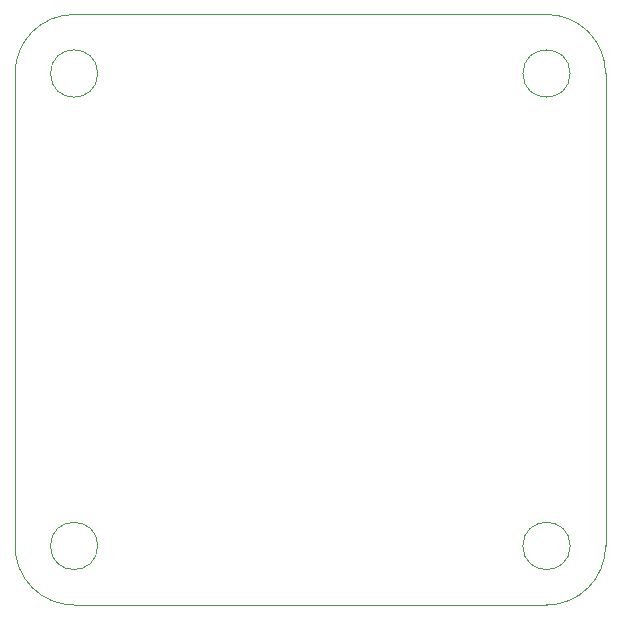
<source format=gbr>
%TF.GenerationSoftware,KiCad,Pcbnew,7.0.7-7.0.7~ubuntu22.04.1*%
%TF.CreationDate,2023-09-08T15:57:27+01:00*%
%TF.ProjectId,bridge,62726964-6765-42e6-9b69-6361645f7063,rev?*%
%TF.SameCoordinates,Original*%
%TF.FileFunction,Profile,NP*%
%FSLAX46Y46*%
G04 Gerber Fmt 4.6, Leading zero omitted, Abs format (unit mm)*
G04 Created by KiCad (PCBNEW 7.0.7-7.0.7~ubuntu22.04.1) date 2023-09-08 15:57:27*
%MOMM*%
%LPD*%
G01*
G04 APERTURE LIST*
%TA.AperFunction,Profile*%
%ADD10C,0.038100*%
%TD*%
G04 APERTURE END LIST*
D10*
X112000000Y-90000000D02*
G75*
G03*
X112000000Y-90000000I-2000000J0D01*
G01*
X105000000Y-130000000D02*
X105000000Y-90000000D01*
X152000000Y-90000000D02*
G75*
G03*
X152000000Y-90000000I-2000000J0D01*
G01*
X110000000Y-85000000D02*
X150000000Y-85000000D01*
X152000000Y-130000000D02*
G75*
G03*
X152000000Y-130000000I-2000000J0D01*
G01*
X105000000Y-130000000D02*
G75*
G03*
X110000000Y-135000000I5000000J0D01*
G01*
X110000000Y-85000000D02*
G75*
G03*
X105000000Y-90000000I0J-5000000D01*
G01*
X112000000Y-130000000D02*
G75*
G03*
X112000000Y-130000000I-2000000J0D01*
G01*
X150000000Y-135000000D02*
X110000000Y-135000000D01*
X155000000Y-90000000D02*
X155000000Y-130000000D01*
X150000000Y-135000000D02*
G75*
G03*
X155000000Y-130000000I0J5000000D01*
G01*
X155000000Y-90000000D02*
G75*
G03*
X150000000Y-85000000I-5000000J0D01*
G01*
M02*

</source>
